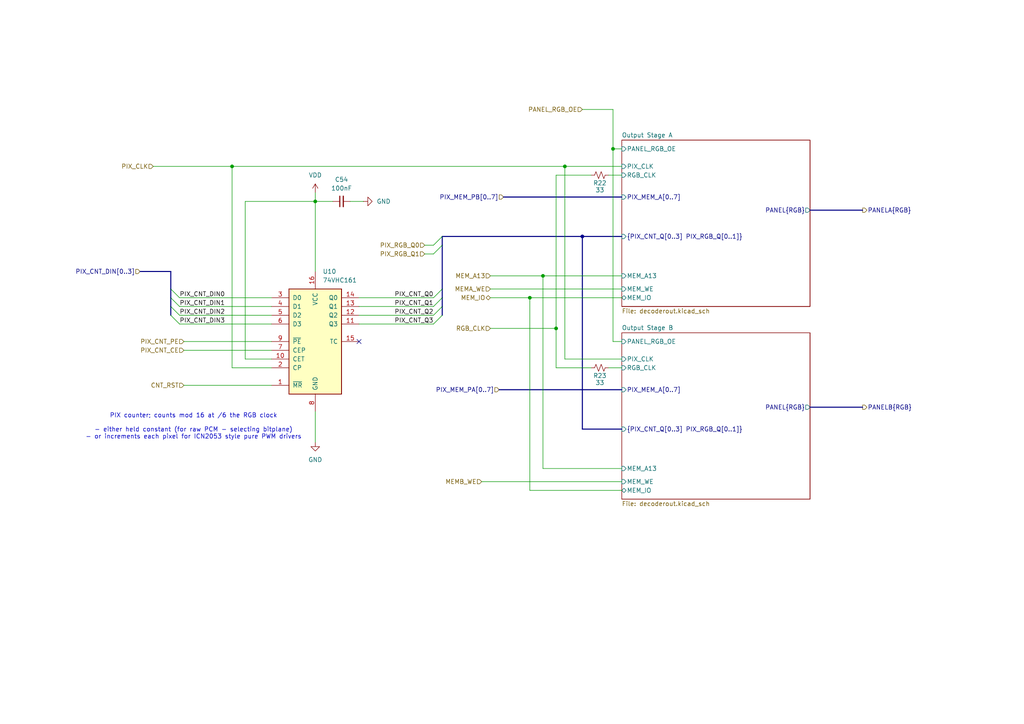
<source format=kicad_sch>
(kicad_sch (version 20250114) (generator "eeschema") (generator_version "9.0")
  (paper "A4")
  (title_block (title "LED Bitstream Generator (common half)") (rev "A") (company "MLABS") (comment 1 "MSign-NG"))
  (lib_symbols
    (symbol "74xx:74LS163" (pin_names (offset 1.016))
      (property "Reference" "U" (at -7.62 16.51 0))
      (property "Value" "74LS163" (at -7.62 -16.51 0))
      (symbol "74LS163_1_0"
        (pin input line (at -12.7 12.7 0) (length 5.08) (name "D0") (number "3"))
        (pin input line (at -12.7 10.16 0) (length 5.08) (name "D1") (number "4"))
        (pin input line (at -12.7 7.62 0) (length 5.08) (name "D2") (number "5"))
        (pin input line (at -12.7 5.08 0) (length 5.08) (name "D3") (number "6"))
        (pin input line (at -12.7 0 0) (length 5.08) (name "~{PE}") (number "9"))
        (pin input line (at -12.7 -2.54 0) (length 5.08) (name "CEP") (number "7"))
        (pin input line (at -12.7 -5.08 0) (length 5.08) (name "CET") (number "10"))
        (pin input line (at -12.7 -7.62 0) (length 5.08) (name "CP") (number "2"))
        (pin input line (at -12.7 -12.7 0) (length 5.08) (name "~{MR}") (number "1"))
        (pin power_in line (at 0 20.32 270) (length 5.08) (name "VCC") (number "16"))
        (pin power_in line (at 0 -20.32 90) (length 5.08) (name "GND") (number "8"))
        (pin output line (at 12.7 12.7 180) (length 5.08) (name "Q0") (number "14"))
        (pin output line (at 12.7 10.16 180) (length 5.08) (name "Q1") (number "13"))
        (pin output line (at 12.7 7.62 180) (length 5.08) (name "Q2") (number "12"))
        (pin output line (at 12.7 5.08 180) (length 5.08) (name "Q3") (number "11"))
        (pin output line (at 12.7 0 180) (length 5.08) (name "TC") (number "15"))
      )
      (symbol "74LS163_1_1"
        (rectangle (start -7.62 15.24) (end 7.62 -15.24) (stroke (width 0.254)) (fill (type background)))
      )
    )
    (symbol "Device:C_Small" (pin_numbers (hide yes)) (pin_names (offset 0.254) (hide yes))
      (property "Reference" "C" (at 0.254 1.778 0))
      (property "Value" "C_Small" (at 0.254 -2.032 0))
      (symbol "C_Small_0_1"
        (polyline (pts (xy -1.524 0.508) (xy 1.524 0.508)) (stroke (width 0.3048)))
        (polyline (pts (xy -1.524 -0.508) (xy 1.524 -0.508)) (stroke (width 0.3302)))
      )
      (symbol "C_Small_1_1"
        (pin passive line (at 0 2.54 270) (length 2.032) (name "~") (number "1"))
        (pin passive line (at 0 -2.54 90) (length 2.032) (name "~") (number "2"))
      )
    )
    (symbol "Device:R_Small_US" (pin_numbers (hide yes)) (pin_names (offset 0.254) (hide yes))
      (property "Reference" "R" (at 0.762 0.508 0))
      (property "Value" "R_Small_US" (at 0.762 -1.016 0))
      (symbol "R_Small_US_1_1"
        (polyline (pts (xy 0 1.524) (xy 1.016 1.143) (xy 0 0.762) (xy -1.016 0.381) (xy 0 0)))
        (polyline (pts (xy 0 0) (xy 1.016 -0.381) (xy 0 -0.762) (xy -1.016 -1.143) (xy 0 -1.524)))
        (pin passive line (at 0 2.54 270) (length 1.016) (name "~") (number "1"))
        (pin passive line (at 0 -2.54 90) (length 1.016) (name "~") (number "2"))
      )
    )
    (symbol "power:GND" (power) (pin_numbers (hide yes)) (pin_names (offset 0) (hide yes))
      (property "Value" "GND" (at 0 -3.81 0))
      (symbol "GND_0_1"
        (polyline (pts (xy 0 0) (xy 0 -1.27) (xy 1.27 -1.27) (xy 0 -2.54) (xy -1.27 -1.27) (xy 0 -1.27)))
      )
      (symbol "GND_1_1"
        (pin power_in line (at 0 0 270) (length 0) (name "~") (number "1"))
      )
    )
    (symbol "power:VDD" (power) (pin_numbers (hide yes)) (pin_names (offset 0) (hide yes))
      (property "Value" "VDD" (at 0 3.556 0))
      (symbol "VDD_0_1"
        (polyline (pts (xy -0.762 1.27) (xy 0 2.54)))
        (polyline (pts (xy 0 2.54) (xy 0.762 1.27)))
        (polyline (pts (xy 0 0) (xy 0 2.54)))
      )
      (symbol "VDD_1_1"
        (pin power_in line (at 0 0 90) (length 0) (name "~") (number "1"))
      )
    )
  )
  (bus_alias "RGB" (members "R0" "G0" "B0" "R1" "G1" "B1"))
  (text "PIX counter; counts mod 16 at /6 the RGB clock\n\n- either held constant (for raw PCM - selecting bitplane)\n- or increments each pixel for ICN2053 style pure PWM drivers" (at 56.134 123.698 0) (effects (font (size 1.27 1.27))))
  (junction (at 157.48 80.01))
  (junction (at 153.67 86.36))
  (junction (at 177.8 43.18))
  (junction (at 67.31 48.26))
  (junction (at 91.44 58.42))
  (junction (at 161.29 95.25))
  (junction (at 168.91 68.58))
  (junction (at 163.83 48.26))
  (no_connect (at 104.14 99.06))
  (bus_entry (at 128.27 88.9) (size -2.54 2.54))
  (bus_entry (at 128.27 68.58) (size -2.54 2.54))
  (bus_entry (at 49.53 86.36) (size 2.54 2.54))
  (bus_entry (at 128.27 83.82) (size -2.54 2.54))
  (bus_entry (at 49.53 83.82) (size 2.54 2.54))
  (bus_entry (at 128.27 71.12) (size -2.54 2.54))
  (bus_entry (at 49.53 88.9) (size 2.54 2.54))
  (bus_entry (at 49.53 91.44) (size 2.54 2.54))
  (bus_entry (at 128.27 91.44) (size -2.54 2.54))
  (bus_entry (at 128.27 86.36) (size -2.54 2.54))
  (wire (pts (xy 71.12 58.42) (xy 91.44 58.42)))
  (bus (pts (xy 128.27 86.36) (xy 128.27 88.9)))
  (wire (pts (xy 104.14 86.36) (xy 125.73 86.36)))
  (wire (pts (xy 180.34 99.06) (xy 177.8 99.06)))
  (wire (pts (xy 161.29 95.25) (xy 161.29 50.8)))
  (bus (pts (xy 146.05 57.15) (xy 180.34 57.15)))
  (bus (pts (xy 234.95 60.96) (xy 250.19 60.96)))
  (wire (pts (xy 142.24 95.25) (xy 161.29 95.25)))
  (wire (pts (xy 104.14 88.9) (xy 125.73 88.9)))
  (bus (pts (xy 128.27 83.82) (xy 128.27 86.36)))
  (bus (pts (xy 49.53 86.36) (xy 49.53 88.9)))
  (wire (pts (xy 123.19 71.12) (xy 125.73 71.12)))
  (wire (pts (xy 180.34 135.89) (xy 157.48 135.89)))
  (wire (pts (xy 91.44 119.38) (xy 91.44 128.27)))
  (wire (pts (xy 177.8 31.75) (xy 177.8 43.18)))
  (wire (pts (xy 104.14 91.44) (xy 125.73 91.44)))
  (wire (pts (xy 157.48 80.01) (xy 180.34 80.01)))
  (wire (pts (xy 53.34 101.6) (xy 78.74 101.6)))
  (wire (pts (xy 71.12 104.14) (xy 78.74 104.14)))
  (bus (pts (xy 144.78 113.03) (xy 180.34 113.03)))
  (bus (pts (xy 168.91 68.58) (xy 168.91 124.46)))
  (wire (pts (xy 91.44 58.42) (xy 96.52 58.42)))
  (wire (pts (xy 67.31 48.26) (xy 67.31 106.68)))
  (bus (pts (xy 49.53 78.74) (xy 49.53 83.82)))
  (wire (pts (xy 71.12 58.42) (xy 71.12 104.14)))
  (wire (pts (xy 163.83 48.26) (xy 163.83 104.14)))
  (bus (pts (xy 49.53 88.9) (xy 49.53 91.44)))
  (wire (pts (xy 177.8 99.06) (xy 177.8 43.18)))
  (wire (pts (xy 142.24 86.36) (xy 153.67 86.36)))
  (wire (pts (xy 161.29 50.8) (xy 171.45 50.8)))
  (wire (pts (xy 153.67 86.36) (xy 153.67 142.24)))
  (wire (pts (xy 67.31 106.68) (xy 78.74 106.68)))
  (wire (pts (xy 101.6 58.42) (xy 105.41 58.42)))
  (bus (pts (xy 40.64 78.74) (xy 49.53 78.74)))
  (wire (pts (xy 91.44 55.88) (xy 91.44 58.42)))
  (wire (pts (xy 142.24 83.82) (xy 180.34 83.82)))
  (bus (pts (xy 128.27 68.58) (xy 168.91 68.58)))
  (wire (pts (xy 104.14 93.98) (xy 125.73 93.98)))
  (wire (pts (xy 180.34 142.24) (xy 153.67 142.24)))
  (wire (pts (xy 52.07 93.98) (xy 78.74 93.98)))
  (wire (pts (xy 52.07 88.9) (xy 78.74 88.9)))
  (wire (pts (xy 161.29 106.68) (xy 171.45 106.68)))
  (bus (pts (xy 128.27 71.12) (xy 128.27 68.58)))
  (bus (pts (xy 128.27 88.9) (xy 128.27 91.44)))
  (wire (pts (xy 157.48 135.89) (xy 157.48 80.01)))
  (wire (pts (xy 53.34 99.06) (xy 78.74 99.06)))
  (bus (pts (xy 234.95 118.11) (xy 250.19 118.11)))
  (wire (pts (xy 161.29 95.25) (xy 161.29 106.68)))
  (wire (pts (xy 44.45 48.26) (xy 67.31 48.26)))
  (bus (pts (xy 180.34 68.58) (xy 168.91 68.58)))
  (wire (pts (xy 176.53 50.8) (xy 180.34 50.8)))
  (wire (pts (xy 67.31 48.26) (xy 163.83 48.26)))
  (wire (pts (xy 52.07 91.44) (xy 78.74 91.44)))
  (wire (pts (xy 52.07 86.36) (xy 78.74 86.36)))
  (wire (pts (xy 177.8 43.18) (xy 180.34 43.18)))
  (bus (pts (xy 128.27 83.82) (xy 128.27 71.12)))
  (bus (pts (xy 168.91 124.46) (xy 180.34 124.46)))
  (wire (pts (xy 176.53 106.68) (xy 180.34 106.68)))
  (wire (pts (xy 168.91 31.75) (xy 177.8 31.75)))
  (wire (pts (xy 163.83 48.26) (xy 180.34 48.26)))
  (bus (pts (xy 49.53 83.82) (xy 49.53 86.36)))
  (wire (pts (xy 123.19 73.66) (xy 125.73 73.66)))
  (wire (pts (xy 153.67 86.36) (xy 180.34 86.36)))
  (wire (pts (xy 142.24 80.01) (xy 157.48 80.01)))
  (wire (pts (xy 163.83 104.14) (xy 180.34 104.14)))
  (wire (pts (xy 53.34 111.76) (xy 78.74 111.76)))
  (wire (pts (xy 139.7 139.7) (xy 180.34 139.7)))
  (wire (pts (xy 91.44 58.42) (xy 91.44 78.74)))
  (label "PIX_CNT_Q0" (at 125.73 86.36 180))
  (label "PIX_CNT_Q1" (at 125.73 88.9 180))
  (label "PIX_CNT_Q2" (at 125.73 91.44 180))
  (label "PIX_CNT_DIN0" (at 52.07 86.36 0))
  (label "PIX_CNT_DIN3" (at 52.07 93.98 0))
  (label "PIX_CNT_DIN2" (at 52.07 91.44 0))
  (label "PIX_CNT_Q3" (at 125.73 93.98 180))
  (label "PIX_CNT_DIN1" (at 52.07 88.9 0))
  (hierarchical_label "PANELB{RGB}" (shape output) (at 250.19 118.11 0))
  (hierarchical_label "PIX_CNT_CE" (shape input) (at 53.34 101.6 180))
  (hierarchical_label "PIX_CNT_DIN[0..3]" (shape input) (at 40.64 78.74 180))
  (hierarchical_label "PANELA{RGB}" (shape output) (at 250.19 60.96 0))
  (hierarchical_label "PIX_CNT_PE" (shape input) (at 53.34 99.06 180))
  (hierarchical_label "MEMB_WE" (shape input) (at 139.7 139.7 180))
  (hierarchical_label "PIX_MEM_PB[0..7]" (shape input) (at 146.05 57.15 180))
  (hierarchical_label "MEM_A13" (shape input) (at 142.24 80.01 180))
  (hierarchical_label "RGB_CLK" (shape input) (at 142.24 95.25 180))
  (hierarchical_label "PIX_CLK" (shape input) (at 44.45 48.26 180))
  (hierarchical_label "PIX_MEM_PA[0..7]" (shape input) (at 144.78 113.03 180))
  (hierarchical_label "PIX_RGB_Q0" (shape input) (at 123.19 71.12 180))
  (hierarchical_label "PIX_RGB_Q1" (shape input) (at 123.19 73.66 180))
  (hierarchical_label "CNT_RST" (shape input) (at 53.34 111.76 180))
  (hierarchical_label "MEM_IO" (shape bidirectional) (at 142.24 86.36 180))
  (hierarchical_label "PANEL_RGB_OE" (shape input) (at 168.91 31.75 180))
  (hierarchical_label "MEMA_WE" (shape input) (at 142.24 83.82 180))
  (symbol (lib_id "74xx:74LS163") (at 91.44 99.06 0) (unit 1)
    (property "Reference" "U10" (at 93.5833 78.74 0) (effects (justify left)))
    (property "Value" "74VHC161" (at 93.5833 81.28 0) (effects (justify left)))
    (property "Footprint" "Package_SO:TSSOP-16_4.4x5mm_P0.65mm" (effects (hide yes)))
    (property "Datasheet" "http://www.ti.com/lit/gpn/sn74LS163" (effects (hide yes)))
    (property "Description" "Synchronous 4-bit programmable binary Counter" (effects (hide yes)))
    (property "Part" "74VHC161FT(BJ)" (effects (hide yes)))
    (property "LCSC" "C7421276" (effects (hide yes)))
  )
  (symbol (lib_id "Device:R_Small_US") (at 173.99 50.8 90) (unit 1)
    (property "Reference" "R22" (at 173.99 53.086 90))
    (property "Value" "33" (at 173.99 55.118 90))
    (property "Footprint" "Resistor_SMD:R_0402_1005Metric" (effects (hide yes)))
    (property "Description" "Resistor, small US symbol" (effects (hide yes)))
    (property "Part" "0402WGF330JTCE" (effects (hide yes)))
    (property "LCSC" "C25105" (effects (hide yes)))
  )
  (symbol (lib_id "Device:C_Small") (at 99.06 58.42 90) (unit 1)
    (property "Reference" "C54" (at 99.0663 52.07 90))
    (property "Value" "100nF" (at 99.0663 54.61 90))
    (property "Footprint" "Capacitor_SMD:C_0402_1005Metric" (effects (hide yes)))
    (property "Description" "Unpolarized capacitor, small symbol" (effects (hide yes)))
    (property "Part" "CL05B104KB54PNC" (effects (hide yes)))
    (property "LCSC" "C307331 " (effects (hide yes)))
  )
  (symbol (lib_id "power:GND") (at 105.41 58.42 90) (unit 1)
    (property "Reference" "#PWR035" (effects (hide yes)))
    (property "Value" "GND" (at 109.22 58.4199 90) (effects (justify right)))
    (property "Description" "Power symbol creates a global label with name \"GND\" , ground" (effects (hide yes)))
  )
  (symbol (lib_id "Device:R_Small_US") (at 173.99 106.68 90) (unit 1)
    (property "Reference" "R23" (at 173.99 108.966 90))
    (property "Value" "33" (at 173.99 110.998 90))
    (property "Footprint" "Resistor_SMD:R_0402_1005Metric" (effects (hide yes)))
    (property "Description" "Resistor, small US symbol" (effects (hide yes)))
    (property "Part" "0402WGF330JTCE" (effects (hide yes)))
    (property "LCSC" "C25105" (effects (hide yes)))
  )
  (symbol (lib_id "power:GND") (at 91.44 128.27 0) (unit 1)
    (property "Reference" "#PWR034" (effects (hide yes)))
    (property "Value" "GND" (at 91.44 133.35 0))
    (property "Description" "Power symbol creates a global label with name \"GND\" , ground" (effects (hide yes)))
  )
  (symbol (lib_id "power:VDD") (at 91.44 55.88 0) (unit 1)
    (property "Reference" "#PWR033" (effects (hide yes)))
    (property "Value" "VDD" (at 91.44 50.8 0))
    (property "Description" "Power symbol creates a global label with name \"VDD\"" (effects (hide yes)))
  )
  (sheet (at 180.34 40.64) (size 54.61 48.26) (stroke (width 0.1524))
    (property "Sheetname" "Output Stage A" (at 180.34 39.9284 0) (effects (justify left bottom)))
    (property "Sheetfile" "decoderout.kicad_sch" (at 180.34 89.4846 0) (effects (justify left top)))
    (pin "MEM_A13" input (at 180.34 80.01 180))
    (pin "MEM_IO" bidirectional (at 180.34 86.36 180))
    (pin "MEM_WE" input (at 180.34 83.82 180))
    (pin "PANEL_RGB_OE" input (at 180.34 43.18 180))
    (pin "PIX_CLK" input (at 180.34 48.26 180))
    (pin "PIX_MEM_A[0..7]" input (at 180.34 57.15 180))
    (pin "RGB_CLK" input (at 180.34 50.8 180))
    (pin "{PIX_CNT_Q[0..3] PIX_RGB_Q[0..1]}" input (at 180.34 68.58 180))
    (pin "PANEL{RGB}" output (at 234.95 60.96 0))
  )
  (sheet (at 180.34 96.52) (size 54.61 48.26) (stroke (width 0.1524))
    (property "Sheetname" "Output Stage B" (at 180.34 95.8084 0) (effects (justify left bottom)))
    (property "Sheetfile" "decoderout.kicad_sch" (at 180.34 145.3646 0) (effects (justify left top)))
    (pin "MEM_A13" input (at 180.34 135.89 180))
    (pin "MEM_IO" bidirectional (at 180.34 142.24 180))
    (pin "MEM_WE" input (at 180.34 139.7 180))
    (pin "PANEL_RGB_OE" input (at 180.34 99.06 180))
    (pin "PIX_CLK" input (at 180.34 104.14 180))
    (pin "PIX_MEM_A[0..7]" input (at 180.34 113.03 180))
    (pin "RGB_CLK" input (at 180.34 106.68 180))
    (pin "{PIX_CNT_Q[0..3] PIX_RGB_Q[0..1]}" input (at 180.34 124.46 180))
    (pin "PANEL{RGB}" output (at 234.95 118.11 0))
  )
)
</source>
